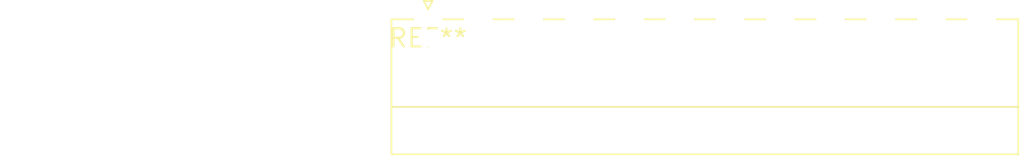
<source format=kicad_pcb>
(kicad_pcb (version 20240108) (generator pcbnew)
  (layers (0 "F.Cu" signal) (31 "B.Cu" signal) (34 "B.Paste" user) (35 "F.Paste" user) (36 "B.SilkS" user "B.Silkscreen") (37 "F.SilkS" user "F.Silkscreen") (38 "B.Mask" user) (39 "F.Mask" user) (44 "Edge.Cuts" user))
  (net 0 "")
  (footprint "PhoenixContact_MC_1,5_12-G-3.5_1x12_P3.50mm_Horizontal" (layer "F.Cu") (at 0 0)
    (property "Reference" "REF**")
    (property "Value" "PhoenixContact_MC_1,5_12-G-3.5_1x12_P3.50mm_Horizontal")
    (fp_line (start -2.56 -1.31) (end -2.56 8.11) (layer "F.SilkS") (stroke (width 0.12)))
    (fp_line (start -2.56 -1.31) (end -1.05 -1.31) (layer "F.SilkS") (stroke (width 0.12)))
    (fp_line (start -2.56 4.8) (end 41.06 4.8) (layer "F.SilkS") (stroke (width 0.12)))
    (fp_line (start -2.56 8.11) (end 41.06 8.11) (layer "F.SilkS") (stroke (width 0.12)))
    (fp_line (start -0.3 -2.6) (end 0.3 -2.6) (layer "F.SilkS") (stroke (width 0.12)))
    (fp_line (start 0 -2) (end -0.3 -2.6) (layer "F.SilkS") (stroke (width 0.12)))
    (fp_line (start 0.3 -2.6) (end 0 -2) (layer "F.SilkS") (stroke (width 0.12)))
    (fp_line (start 1.05 -1.31) (end 2.45 -1.31) (layer "F.SilkS") (stroke (width 0.12)))
    (fp_line (start 4.55 -1.31) (end 5.95 -1.31) (layer "F.SilkS") (stroke (width 0.12)))
    (fp_line (start 8.05 -1.31) (end 9.45 -1.31) (layer "F.SilkS") (stroke (width 0.12)))
    (fp_line (start 11.55 -1.31) (end 12.95 -1.31) (layer "F.SilkS") (stroke (width 0.12)))
    (fp_line (start 15.05 -1.31) (end 16.45 -1.31) (layer "F.SilkS") (stroke (width 0.12)))
    (fp_line (start 18.55 -1.31) (end 19.95 -1.31) (layer "F.SilkS") (stroke (width 0.12)))
    (fp_line (start 22.05 -1.31) (end 23.45 -1.31) (layer "F.SilkS") (stroke (width 0.12)))
    (fp_line (start 25.55 -1.31) (end 26.95 -1.31) (layer "F.SilkS") (stroke (width 0.12)))
    (fp_line (start 29.05 -1.31) (end 30.45 -1.31) (layer "F.SilkS") (stroke (width 0.12)))
    (fp_line (start 32.55 -1.31) (end 33.95 -1.31) (layer "F.SilkS") (stroke (width 0.12)))
    (fp_line (start 36.05 -1.31) (end 37.45 -1.31) (layer "F.SilkS") (stroke (width 0.12)))
    (fp_line (start 41.06 -1.31) (end 39.55 -1.31) (layer "F.SilkS") (stroke (width 0.12)))
    (fp_line (start 41.06 8.11) (end 41.06 -1.31) (layer "F.SilkS") (stroke (width 0.12)))
    (pad "1" thru_hole roundrect (at 0 0) (size 1.8 3.6) (drill 1.2) (layers *.Cu *.Mask) (remove_unused_layers) (roundrect_rratio 0.138889))
    (pad "2" thru_hole oval (at 3.5 0) (size 1.8 3.6) (drill 1.2) (layers *.Cu *.Mask) (remove_unused_layers))
    (pad "3" thru_hole oval (at 7 0) (size 1.8 3.6) (drill 1.2) (layers *.Cu *.Mask) (remove_unused_layers))
    (pad "4" thru_hole oval (at 10.5 0) (size 1.8 3.6) (drill 1.2) (layers *.Cu *.Mask) (remove_unused_layers))
    (pad "5" thru_hole oval (at 14 0) (size 1.8 3.6) (drill 1.2) (layers *.Cu *.Mask) (remove_unused_layers))
    (pad "6" thru_hole oval (at 17.5 0) (size 1.8 3.6) (drill 1.2) (layers *.Cu *.Mask) (remove_unused_layers))
    (pad "7" thru_hole oval (at 21 0) (size 1.8 3.6) (drill 1.2) (layers *.Cu *.Mask) (remove_unused_layers))
    (pad "8" thru_hole oval (at 24.5 0) (size 1.8 3.6) (drill 1.2) (layers *.Cu *.Mask) (remove_unused_layers))
    (pad "9" thru_hole oval (at 28 0) (size 1.8 3.6) (drill 1.2) (layers *.Cu *.Mask) (remove_unused_layers))
    (pad "10" thru_hole oval (at 31.5 0) (size 1.8 3.6) (drill 1.2) (layers *.Cu *.Mask) (remove_unused_layers))
    (pad "11" thru_hole oval (at 35 0) (size 1.8 3.6) (drill 1.2) (layers *.Cu *.Mask) (remove_unused_layers))
    (pad "12" thru_hole oval (at 38.5 0) (size 1.8 3.6) (drill 1.2) (layers *.Cu *.Mask) (remove_unused_layers))
  )
)
</source>
